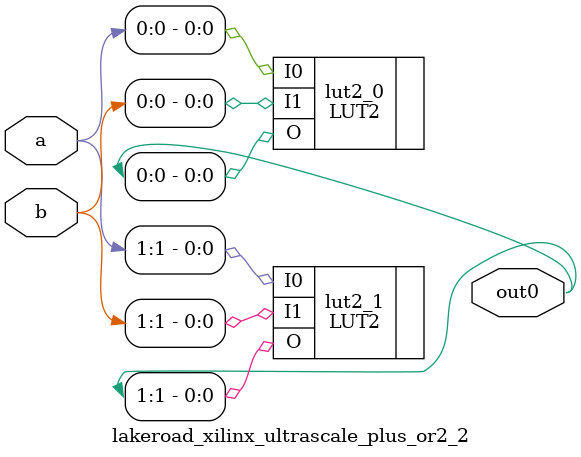
<source format=v>
/* Generated by Yosys 0.15+50 (git sha1 6318db615, x86_64-apple-darwin20.2-clang 10.0.0-4ubuntu1 -fPIC -Os) */

module lakeroad_xilinx_ultrascale_plus_or2_2(a, b, out0);
  input [1:0] a;
  wire [1:0] a;
  input [1:0] b;
  wire [1:0] b;
  output [1:0] out0;
  wire [1:0] out0;
  LUT2 #(
    .INIT(4'he)
  ) lut2_0 (
    .I0(a[0]),
    .I1(b[0]),
    .O(out0[0])
  );
  LUT2 #(
    .INIT(4'he)
  ) lut2_1 (
    .I0(a[1]),
    .I1(b[1]),
    .O(out0[1])
  );
endmodule


</source>
